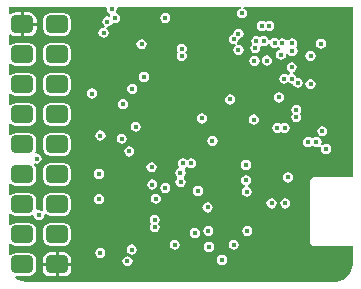
<source format=gbr>
%TF.GenerationSoftware,Altium Limited,Altium Designer,23.3.1 (30)*%
G04 Layer_Physical_Order=2*
G04 Layer_Color=36540*
%FSLAX45Y45*%
%MOMM*%
%TF.SameCoordinates,B56B3050-E4CE-4FE9-8081-1B6FDF6B35C2*%
%TF.FilePolarity,Positive*%
%TF.FileFunction,Copper,L2,Inr,Signal*%
%TF.Part,Single*%
G01*
G75*
%TA.AperFunction,ViaPad*%
%ADD33C,0.45000*%
%TA.AperFunction,ComponentPad*%
G04:AMPARAMS|DCode=34|XSize=1.5mm|YSize=1.9mm|CornerRadius=0.375mm|HoleSize=0mm|Usage=FLASHONLY|Rotation=270.000|XOffset=0mm|YOffset=0mm|HoleType=Round|Shape=RoundedRectangle|*
%AMROUNDEDRECTD34*
21,1,1.50000,1.15000,0,0,270.0*
21,1,0.75000,1.90000,0,0,270.0*
1,1,0.75000,-0.57500,-0.37500*
1,1,0.75000,-0.57500,0.37500*
1,1,0.75000,0.57500,0.37500*
1,1,0.75000,0.57500,-0.37500*
%
%ADD34ROUNDEDRECTD34*%
G36*
X2956055Y1033945D02*
X2640000D01*
X2623183Y1030600D01*
X2608926Y1021074D01*
X2599401Y1006817D01*
X2596056Y990001D01*
Y490002D01*
X2599401Y473185D01*
X2608926Y458928D01*
X2623183Y449402D01*
X2640000Y446057D01*
X2956055D01*
Y299999D01*
X2956164Y299449D01*
X2950913Y259563D01*
X2935305Y221881D01*
X2910476Y189524D01*
X2878118Y164695D01*
X2840437Y149087D01*
X2814295Y145645D01*
X2800000Y143944D01*
Y143944D01*
X200000D01*
X199453Y143835D01*
X159563Y149087D01*
X121882Y164695D01*
X97751Y183211D01*
X102167Y196650D01*
X103283Y197874D01*
X217500D01*
X239935Y202336D01*
X258955Y215045D01*
X271663Y234065D01*
X276126Y256500D01*
Y331500D01*
X271663Y353935D01*
X258955Y372955D01*
X239935Y385663D01*
X217500Y390126D01*
X102500D01*
X80065Y385663D01*
X61045Y372955D01*
X58944Y369811D01*
X43944Y374361D01*
Y467639D01*
X58944Y472189D01*
X61045Y469045D01*
X80065Y456336D01*
X102500Y451874D01*
X217500D01*
X239935Y456336D01*
X258955Y469045D01*
X271663Y488065D01*
X276126Y510500D01*
Y585500D01*
X271663Y607935D01*
X258955Y626955D01*
X239935Y639663D01*
X217500Y644126D01*
X102500D01*
X80065Y639663D01*
X61045Y626955D01*
X58944Y623811D01*
X43944Y628361D01*
Y721639D01*
X58944Y726189D01*
X61045Y723045D01*
X80065Y710336D01*
X102500Y705874D01*
X217500D01*
X239935Y710336D01*
X242173Y711832D01*
X244587Y711527D01*
X257813Y704242D01*
X259966Y693417D01*
X269359Y679360D01*
X283417Y669966D01*
X300000Y666668D01*
X316583Y669966D01*
X330640Y679360D01*
X340034Y693417D01*
X343332Y710000D01*
X342320Y715090D01*
X351720Y720966D01*
X356183Y722285D01*
X374065Y710336D01*
X396500Y705874D01*
X511500D01*
X533935Y710336D01*
X552955Y723045D01*
X565663Y742065D01*
X570126Y764500D01*
Y839500D01*
X565663Y861935D01*
X552955Y880955D01*
X533935Y893663D01*
X511500Y898126D01*
X396500D01*
X374065Y893663D01*
X355045Y880955D01*
X342336Y861935D01*
X337874Y839500D01*
Y764500D01*
X340632Y750631D01*
X340630Y750630D01*
X326817Y743195D01*
X316583Y750034D01*
X300000Y753333D01*
X288754Y751096D01*
X275514Y761420D01*
X276126Y764500D01*
Y839500D01*
X271663Y861935D01*
X258955Y880955D01*
X239935Y893663D01*
X217500Y898126D01*
X102500D01*
X80065Y893663D01*
X61045Y880955D01*
X58944Y877811D01*
X43944Y882361D01*
Y975639D01*
X58944Y980189D01*
X61045Y977045D01*
X80065Y964336D01*
X102500Y959874D01*
X217500D01*
X239935Y964336D01*
X258955Y977045D01*
X271663Y996065D01*
X276126Y1018500D01*
Y1093500D01*
X271663Y1115935D01*
X258955Y1134955D01*
X255185Y1137474D01*
X263418Y1149966D01*
X280000Y1146668D01*
X296583Y1149966D01*
X310640Y1159359D01*
X320034Y1173417D01*
X323332Y1190000D01*
X320034Y1206583D01*
X310640Y1220640D01*
X296583Y1230034D01*
X280000Y1233332D01*
X278297Y1232994D01*
X269277Y1246493D01*
X271663Y1250065D01*
X276126Y1272500D01*
Y1347500D01*
X271663Y1369935D01*
X258955Y1388955D01*
X239935Y1401663D01*
X217500Y1406126D01*
X102500D01*
X80065Y1401663D01*
X61045Y1388955D01*
X58944Y1385811D01*
X43944Y1390361D01*
Y1483639D01*
X58944Y1488189D01*
X61045Y1485045D01*
X80065Y1472336D01*
X102500Y1467874D01*
X217500D01*
X239935Y1472336D01*
X258955Y1485045D01*
X271663Y1504065D01*
X276126Y1526500D01*
Y1601500D01*
X271663Y1623935D01*
X258955Y1642955D01*
X239935Y1655663D01*
X217500Y1660126D01*
X102500D01*
X80065Y1655663D01*
X61045Y1642955D01*
X58944Y1639811D01*
X43944Y1644361D01*
Y1737639D01*
X58944Y1742189D01*
X61045Y1739045D01*
X80065Y1726336D01*
X102500Y1721874D01*
X217500D01*
X239935Y1726336D01*
X258955Y1739045D01*
X271663Y1758065D01*
X276126Y1780500D01*
Y1855500D01*
X271663Y1877935D01*
X258955Y1896955D01*
X239935Y1909663D01*
X217500Y1914126D01*
X102500D01*
X80065Y1909663D01*
X61045Y1896955D01*
X58944Y1893811D01*
X43944Y1898361D01*
Y1991639D01*
X58944Y1996189D01*
X61045Y1993045D01*
X80065Y1980336D01*
X102500Y1975874D01*
X217500D01*
X239935Y1980336D01*
X258955Y1993045D01*
X271663Y2012065D01*
X276126Y2034500D01*
Y2109500D01*
X271663Y2131935D01*
X258955Y2150955D01*
X239935Y2163663D01*
X217500Y2168126D01*
X102500D01*
X80065Y2163663D01*
X61045Y2150955D01*
X58944Y2147811D01*
X43944Y2152361D01*
Y2237974D01*
X58944Y2241954D01*
X77958Y2229250D01*
X102500Y2224368D01*
X147300D01*
Y2326000D01*
Y2427632D01*
X102500D01*
X77958Y2422750D01*
X58944Y2410046D01*
X43944Y2414026D01*
Y2476056D01*
X862885D01*
X874188Y2461056D01*
X872864Y2454400D01*
X876163Y2437817D01*
X885556Y2423759D01*
X899614Y2414366D01*
X905026Y2401060D01*
X894554Y2390437D01*
X880000Y2393333D01*
X863417Y2390034D01*
X849359Y2380641D01*
X839966Y2366583D01*
X836668Y2350000D01*
X839966Y2333417D01*
X849359Y2319360D01*
X858329Y2313366D01*
X852476Y2299237D01*
X848025Y2300122D01*
X831443Y2296823D01*
X817385Y2287430D01*
X807991Y2273372D01*
X804693Y2256789D01*
X807991Y2240207D01*
X817385Y2226149D01*
X831443Y2216756D01*
X848025Y2213457D01*
X864608Y2216756D01*
X878666Y2226149D01*
X888059Y2240207D01*
X891358Y2256789D01*
X888059Y2273372D01*
X878666Y2287430D01*
X869697Y2293423D01*
X875549Y2307553D01*
X880000Y2306668D01*
X896583Y2309966D01*
X910641Y2319360D01*
X915980Y2327350D01*
X927535Y2337670D01*
X944117Y2334372D01*
X960700Y2337670D01*
X974758Y2347063D01*
X984151Y2361121D01*
X987450Y2377704D01*
X984151Y2394287D01*
X974758Y2408344D01*
X960700Y2417738D01*
X953932Y2434378D01*
X956230Y2437817D01*
X959529Y2454400D01*
X958205Y2461056D01*
X969508Y2476056D01*
X2007077D01*
X2008555Y2461056D01*
X2003417Y2460034D01*
X1989359Y2450641D01*
X1979966Y2436583D01*
X1976668Y2420000D01*
X1979966Y2403417D01*
X1989359Y2389359D01*
X2003417Y2379966D01*
X2020000Y2376668D01*
X2036583Y2379966D01*
X2050641Y2389359D01*
X2060034Y2403417D01*
X2063332Y2420000D01*
X2060034Y2436583D01*
X2050641Y2450641D01*
X2036583Y2460034D01*
X2031446Y2461056D01*
X2032923Y2476056D01*
X2956055D01*
Y1033945D01*
D02*
G37*
%LPC*%
G36*
X217500Y2427632D02*
X172700D01*
Y2338700D01*
X281632D01*
Y2363500D01*
X276750Y2388042D01*
X262848Y2408848D01*
X242042Y2422750D01*
X217500Y2427632D01*
D02*
G37*
G36*
X1370000Y2423332D02*
X1353417Y2420034D01*
X1339360Y2410641D01*
X1329966Y2396583D01*
X1326668Y2380000D01*
X1329966Y2363417D01*
X1339360Y2349360D01*
X1353417Y2339966D01*
X1370000Y2336668D01*
X1386583Y2339966D01*
X1400641Y2349360D01*
X1410034Y2363417D01*
X1413332Y2380000D01*
X1410034Y2396583D01*
X1400641Y2410641D01*
X1386583Y2420034D01*
X1370000Y2423332D01*
D02*
G37*
G36*
X2188658Y2357047D02*
X2172075Y2353748D01*
X2158017Y2344355D01*
X2148624Y2330297D01*
X2145325Y2313714D01*
X2148624Y2297132D01*
X2158017Y2283074D01*
X2172075Y2273680D01*
X2188658Y2270382D01*
X2205240Y2273680D01*
X2219149Y2282975D01*
X2233097Y2273655D01*
X2249679Y2270357D01*
X2266262Y2273655D01*
X2280320Y2283049D01*
X2289713Y2297107D01*
X2293012Y2313689D01*
X2289713Y2330272D01*
X2280320Y2344330D01*
X2266262Y2353723D01*
X2249679Y2357022D01*
X2233097Y2353723D01*
X2219187Y2344429D01*
X2205240Y2353748D01*
X2188658Y2357047D01*
D02*
G37*
G36*
X511500Y2422126D02*
X396500D01*
X374065Y2417663D01*
X355045Y2404955D01*
X342336Y2385935D01*
X337874Y2363500D01*
Y2288500D01*
X342336Y2266065D01*
X355045Y2247045D01*
X374065Y2234336D01*
X396500Y2229874D01*
X511500D01*
X533935Y2234336D01*
X552955Y2247045D01*
X565663Y2266065D01*
X570126Y2288500D01*
Y2363500D01*
X565663Y2385935D01*
X552955Y2404955D01*
X533935Y2417663D01*
X511500Y2422126D01*
D02*
G37*
G36*
X281632Y2313300D02*
X172700D01*
Y2224368D01*
X217500D01*
X242042Y2229250D01*
X262848Y2243152D01*
X276750Y2263958D01*
X281632Y2288500D01*
Y2313300D01*
D02*
G37*
G36*
X2203302Y2228462D02*
X2186720Y2225164D01*
X2172662Y2215770D01*
X2171755Y2214413D01*
X2157871Y2223690D01*
X2141288Y2226989D01*
X2124705Y2223690D01*
X2110648Y2214297D01*
X2101254Y2200239D01*
X2097956Y2183656D01*
X2101254Y2167074D01*
X2107404Y2157869D01*
X2101325Y2153807D01*
X2091931Y2139749D01*
X2088633Y2123167D01*
X2091931Y2106584D01*
X2101325Y2092526D01*
X2115383Y2083133D01*
X2131965Y2079834D01*
X2148548Y2083133D01*
X2162606Y2092526D01*
X2171999Y2106584D01*
X2175298Y2123167D01*
X2172655Y2136453D01*
X2180987Y2144394D01*
X2184812Y2146370D01*
X2186720Y2145096D01*
X2203302Y2141797D01*
X2219885Y2145096D01*
X2233943Y2154489D01*
X2239802Y2163258D01*
X2255726Y2160091D01*
X2257053Y2153418D01*
X2266447Y2139360D01*
X2280505Y2129967D01*
X2297087Y2126668D01*
X2313670Y2129967D01*
X2326616Y2138617D01*
X2330039Y2133494D01*
X2340232Y2126683D01*
X2338599Y2111065D01*
X2333417Y2110034D01*
X2319360Y2100640D01*
X2309966Y2086583D01*
X2306668Y2070000D01*
X2309966Y2053417D01*
X2319360Y2039359D01*
X2333417Y2029966D01*
X2350000Y2026668D01*
X2366583Y2029966D01*
X2380641Y2039359D01*
X2390034Y2053417D01*
X2393333Y2070000D01*
X2391684Y2078291D01*
X2406328Y2081232D01*
X2409576Y2076457D01*
X2409741Y2076209D01*
X2415772Y2067185D01*
X2429830Y2057791D01*
X2446412Y2054493D01*
X2462995Y2057791D01*
X2477053Y2067185D01*
X2486446Y2081243D01*
X2489745Y2097825D01*
X2486446Y2114408D01*
X2482358Y2120526D01*
X2477934Y2131017D01*
X2482117Y2143122D01*
X2485817Y2148658D01*
X2489115Y2165241D01*
X2485817Y2181824D01*
X2476423Y2195882D01*
X2462365Y2205275D01*
X2445783Y2208573D01*
X2429200Y2205275D01*
X2415142Y2195882D01*
X2411882Y2191002D01*
X2393841D01*
X2391320Y2194775D01*
X2377262Y2204169D01*
X2360680Y2207467D01*
X2344097Y2204169D01*
X2331151Y2195518D01*
X2327728Y2200641D01*
X2313670Y2210035D01*
X2297087Y2213333D01*
X2280505Y2210035D01*
X2266447Y2200641D01*
X2260587Y2191872D01*
X2244663Y2195040D01*
X2243336Y2201712D01*
X2233943Y2215770D01*
X2219885Y2225164D01*
X2203302Y2228462D01*
D02*
G37*
G36*
X2688620Y2205856D02*
X2672038Y2202557D01*
X2657980Y2193164D01*
X2648586Y2179106D01*
X2645288Y2162523D01*
X2648586Y2145941D01*
X2657980Y2131883D01*
X2672038Y2122489D01*
X2688620Y2119191D01*
X2705203Y2122489D01*
X2719261Y2131883D01*
X2728654Y2145941D01*
X2731953Y2162523D01*
X2728654Y2179106D01*
X2719261Y2193164D01*
X2705203Y2202557D01*
X2688620Y2205856D01*
D02*
G37*
G36*
X1169668Y2200904D02*
X1153086Y2197605D01*
X1139028Y2188212D01*
X1129635Y2174154D01*
X1126336Y2157572D01*
X1129635Y2140989D01*
X1139028Y2126931D01*
X1153086Y2117538D01*
X1169668Y2114239D01*
X1186251Y2117538D01*
X1200309Y2126931D01*
X1209702Y2140989D01*
X1213001Y2157572D01*
X1209702Y2174154D01*
X1200309Y2188212D01*
X1186251Y2197605D01*
X1169668Y2200904D01*
D02*
G37*
G36*
X1989463Y2289751D02*
X1972881Y2286452D01*
X1958823Y2277059D01*
X1949429Y2263001D01*
X1946131Y2246418D01*
X1946876Y2242670D01*
X1933417Y2239993D01*
X1919359Y2230600D01*
X1909965Y2216542D01*
X1906667Y2199959D01*
X1909965Y2183377D01*
X1919359Y2169319D01*
X1933417Y2159925D01*
X1949999Y2156627D01*
X1958949Y2158407D01*
X1964802Y2144277D01*
X1959360Y2140641D01*
X1949966Y2126583D01*
X1946668Y2110000D01*
X1949966Y2093417D01*
X1959360Y2079360D01*
X1973417Y2069966D01*
X1990000Y2066668D01*
X2006583Y2069966D01*
X2020641Y2079360D01*
X2030034Y2093417D01*
X2033332Y2110000D01*
X2030034Y2126583D01*
X2020641Y2140641D01*
X2006583Y2150034D01*
X1990000Y2153332D01*
X1981050Y2151552D01*
X1975197Y2165682D01*
X1980640Y2169319D01*
X1990033Y2183377D01*
X1993332Y2199959D01*
X1992586Y2203707D01*
X2006046Y2206384D01*
X2020104Y2215778D01*
X2029497Y2229836D01*
X2032796Y2246418D01*
X2029497Y2263001D01*
X2020104Y2277059D01*
X2006046Y2286452D01*
X1989463Y2289751D01*
D02*
G37*
G36*
X2600000Y2103332D02*
X2583417Y2100034D01*
X2569359Y2090640D01*
X2559966Y2076583D01*
X2556667Y2060000D01*
X2559966Y2043417D01*
X2569359Y2029359D01*
X2583417Y2019966D01*
X2600000Y2016668D01*
X2616583Y2019966D01*
X2630640Y2029359D01*
X2640034Y2043417D01*
X2643332Y2060000D01*
X2640034Y2076583D01*
X2630640Y2090640D01*
X2616583Y2100034D01*
X2600000Y2103332D01*
D02*
G37*
G36*
X1510000Y2163332D02*
X1493417Y2160034D01*
X1479359Y2150641D01*
X1469966Y2136583D01*
X1466668Y2120000D01*
X1469966Y2103417D01*
X1478932Y2090000D01*
X1469966Y2076583D01*
X1466668Y2060000D01*
X1469966Y2043417D01*
X1479359Y2029359D01*
X1493417Y2019966D01*
X1510000Y2016668D01*
X1526583Y2019966D01*
X1540641Y2029359D01*
X1550034Y2043417D01*
X1553332Y2060000D01*
X1550034Y2076583D01*
X1541069Y2090000D01*
X1550034Y2103417D01*
X1553332Y2120000D01*
X1550034Y2136583D01*
X1540641Y2150641D01*
X1526583Y2160034D01*
X1510000Y2163332D01*
D02*
G37*
G36*
X2230000Y2063332D02*
X2213417Y2060034D01*
X2199360Y2050641D01*
X2189966Y2036583D01*
X2186668Y2020000D01*
X2189966Y2003417D01*
X2199360Y1989359D01*
X2213417Y1979966D01*
X2230000Y1976668D01*
X2246583Y1979966D01*
X2260641Y1989359D01*
X2270034Y2003417D01*
X2273333Y2020000D01*
X2270034Y2036583D01*
X2260641Y2050641D01*
X2246583Y2060034D01*
X2230000Y2063332D01*
D02*
G37*
G36*
X511500Y2168126D02*
X396500D01*
X374065Y2163663D01*
X355045Y2150955D01*
X342336Y2131935D01*
X337874Y2109500D01*
Y2034500D01*
X342336Y2012065D01*
X355045Y1993045D01*
X374065Y1980336D01*
X396500Y1975874D01*
X511500D01*
X533935Y1980336D01*
X552955Y1993045D01*
X565663Y2012065D01*
X570126Y2034500D01*
Y2109500D01*
X565663Y2131935D01*
X552955Y2150955D01*
X533935Y2163663D01*
X511500Y2168126D01*
D02*
G37*
G36*
X2125334Y2060570D02*
X2108751Y2057272D01*
X2094694Y2047879D01*
X2085300Y2033821D01*
X2082002Y2017238D01*
X2085300Y2000655D01*
X2094694Y1986597D01*
X2108751Y1977204D01*
X2125334Y1973906D01*
X2141917Y1977204D01*
X2155975Y1986597D01*
X2165368Y2000655D01*
X2168666Y2017238D01*
X2165368Y2033821D01*
X2155975Y2047879D01*
X2141917Y2057272D01*
X2125334Y2060570D01*
D02*
G37*
G36*
X2440003Y2006241D02*
X2423420Y2002943D01*
X2409362Y1993549D01*
X2399969Y1979492D01*
X2396670Y1962909D01*
X2399969Y1946326D01*
X2409362Y1932268D01*
X2423420Y1922875D01*
X2428288Y1921907D01*
Y1906613D01*
X2422412Y1905444D01*
X2409133Y1896571D01*
X2408783Y1897094D01*
X2394725Y1906488D01*
X2378143Y1909786D01*
X2361560Y1906488D01*
X2347502Y1897094D01*
X2338109Y1883036D01*
X2334810Y1866454D01*
X2338109Y1849871D01*
X2347502Y1835813D01*
X2361560Y1826420D01*
X2378143Y1823121D01*
X2394725Y1826420D01*
X2408004Y1835293D01*
X2408354Y1834770D01*
X2422412Y1825376D01*
X2438995Y1822078D01*
X2448669Y1824002D01*
X2450324Y1815683D01*
X2459718Y1801625D01*
X2473776Y1792231D01*
X2490358Y1788933D01*
X2506941Y1792231D01*
X2520999Y1801625D01*
X2530392Y1815683D01*
X2533691Y1832265D01*
X2530392Y1848848D01*
X2520999Y1862906D01*
X2506941Y1872299D01*
X2490358Y1875598D01*
X2480683Y1873673D01*
X2479029Y1881993D01*
X2469635Y1896051D01*
X2455577Y1905444D01*
X2450709Y1906412D01*
Y1921706D01*
X2456585Y1922875D01*
X2470643Y1932268D01*
X2480037Y1946326D01*
X2483335Y1962909D01*
X2480037Y1979492D01*
X2470643Y1993549D01*
X2456585Y2002943D01*
X2440003Y2006241D01*
D02*
G37*
G36*
X1190000Y1923332D02*
X1173417Y1920034D01*
X1159359Y1910641D01*
X1149966Y1896583D01*
X1146668Y1880000D01*
X1149966Y1863417D01*
X1159359Y1849360D01*
X1173417Y1839966D01*
X1190000Y1836668D01*
X1206583Y1839966D01*
X1220640Y1849360D01*
X1230034Y1863417D01*
X1233332Y1880000D01*
X1230034Y1896583D01*
X1220640Y1910641D01*
X1206583Y1920034D01*
X1190000Y1923332D01*
D02*
G37*
G36*
X2600000Y1863332D02*
X2583417Y1860034D01*
X2569359Y1850640D01*
X2559966Y1836583D01*
X2556667Y1820000D01*
X2559966Y1803417D01*
X2569359Y1789359D01*
X2583417Y1779966D01*
X2600000Y1776668D01*
X2616583Y1779966D01*
X2630640Y1789359D01*
X2640034Y1803417D01*
X2643332Y1820000D01*
X2640034Y1836583D01*
X2630640Y1850640D01*
X2616583Y1860034D01*
X2600000Y1863332D01*
D02*
G37*
G36*
X1090000Y1823332D02*
X1073417Y1820034D01*
X1059360Y1810641D01*
X1049966Y1796583D01*
X1046668Y1780000D01*
X1049966Y1763417D01*
X1059360Y1749359D01*
X1073417Y1739966D01*
X1090000Y1736668D01*
X1106583Y1739966D01*
X1120641Y1749359D01*
X1130034Y1763417D01*
X1133333Y1780000D01*
X1130034Y1796583D01*
X1120641Y1810641D01*
X1106583Y1820034D01*
X1090000Y1823332D01*
D02*
G37*
G36*
X511500Y1914126D02*
X396500D01*
X374065Y1909663D01*
X355045Y1896955D01*
X342336Y1877935D01*
X337874Y1855500D01*
Y1780500D01*
X342336Y1758065D01*
X355045Y1739045D01*
X374065Y1726336D01*
X396500Y1721874D01*
X511500D01*
X533935Y1726336D01*
X552955Y1739045D01*
X565663Y1758065D01*
X570126Y1780500D01*
Y1855500D01*
X565663Y1877935D01*
X552955Y1896955D01*
X533935Y1909663D01*
X511500Y1914126D01*
D02*
G37*
G36*
X749431Y1783937D02*
X732848Y1780639D01*
X718791Y1771245D01*
X709397Y1757187D01*
X706099Y1740605D01*
X709397Y1724022D01*
X718791Y1709964D01*
X732848Y1700571D01*
X749431Y1697272D01*
X766014Y1700571D01*
X780072Y1709964D01*
X789465Y1724022D01*
X792763Y1740605D01*
X789465Y1757187D01*
X780072Y1771245D01*
X766014Y1780639D01*
X749431Y1783937D01*
D02*
G37*
G36*
X2333948Y1750984D02*
X2317365Y1747685D01*
X2303308Y1738292D01*
X2293914Y1724234D01*
X2290616Y1707651D01*
X2293914Y1691069D01*
X2303308Y1677011D01*
X2317365Y1667617D01*
X2333948Y1664319D01*
X2350531Y1667617D01*
X2364589Y1677011D01*
X2373982Y1691069D01*
X2377280Y1707651D01*
X2373982Y1724234D01*
X2364589Y1738292D01*
X2350531Y1747685D01*
X2333948Y1750984D01*
D02*
G37*
G36*
X1920000Y1733332D02*
X1903417Y1730034D01*
X1889359Y1720640D01*
X1879966Y1706583D01*
X1876668Y1690000D01*
X1879966Y1673417D01*
X1889359Y1659359D01*
X1903417Y1649966D01*
X1920000Y1646668D01*
X1936583Y1649966D01*
X1950640Y1659359D01*
X1960034Y1673417D01*
X1963332Y1690000D01*
X1960034Y1706583D01*
X1950640Y1720640D01*
X1936583Y1730034D01*
X1920000Y1733332D01*
D02*
G37*
G36*
X1011971Y1693179D02*
X995389Y1689881D01*
X981331Y1680487D01*
X971937Y1666429D01*
X968639Y1649847D01*
X971937Y1633264D01*
X981331Y1619206D01*
X995389Y1609813D01*
X1011971Y1606514D01*
X1028554Y1609813D01*
X1042612Y1619206D01*
X1052005Y1633264D01*
X1055304Y1649847D01*
X1052005Y1666429D01*
X1042612Y1680487D01*
X1028554Y1689881D01*
X1011971Y1693179D01*
D02*
G37*
G36*
X2480000Y1643333D02*
X2463417Y1640034D01*
X2449360Y1630641D01*
X2439966Y1616583D01*
X2436668Y1600000D01*
X2439966Y1583417D01*
X2448932Y1570000D01*
X2439966Y1556583D01*
X2436668Y1540000D01*
X2439966Y1523417D01*
X2449360Y1509359D01*
X2463417Y1499966D01*
X2480000Y1496668D01*
X2496583Y1499966D01*
X2510641Y1509359D01*
X2520034Y1523417D01*
X2523333Y1540000D01*
X2520034Y1556583D01*
X2511069Y1570000D01*
X2520034Y1583417D01*
X2523333Y1600000D01*
X2520034Y1616583D01*
X2510641Y1630641D01*
X2496583Y1640034D01*
X2480000Y1643333D01*
D02*
G37*
G36*
X1680000Y1573332D02*
X1663417Y1570034D01*
X1649359Y1560641D01*
X1639966Y1546583D01*
X1636668Y1530000D01*
X1639966Y1513417D01*
X1649359Y1499359D01*
X1663417Y1489966D01*
X1680000Y1486668D01*
X1696583Y1489966D01*
X1710640Y1499359D01*
X1720034Y1513417D01*
X1723332Y1530000D01*
X1720034Y1546583D01*
X1710640Y1560641D01*
X1696583Y1570034D01*
X1680000Y1573332D01*
D02*
G37*
G36*
X2380000Y1493332D02*
X2363417Y1490034D01*
X2350000Y1481068D01*
X2336583Y1490034D01*
X2320000Y1493332D01*
X2303417Y1490034D01*
X2289359Y1480640D01*
X2279966Y1466583D01*
X2276668Y1450000D01*
X2279966Y1433417D01*
X2289359Y1419359D01*
X2303417Y1409966D01*
X2320000Y1406667D01*
X2336583Y1409966D01*
X2350000Y1418931D01*
X2363417Y1409966D01*
X2380000Y1406667D01*
X2396583Y1409966D01*
X2410641Y1419359D01*
X2420034Y1433417D01*
X2423332Y1450000D01*
X2420034Y1466583D01*
X2410641Y1480640D01*
X2396583Y1490034D01*
X2380000Y1493332D01*
D02*
G37*
G36*
X2120000Y1563332D02*
X2103417Y1560034D01*
X2089360Y1550641D01*
X2079966Y1536583D01*
X2076668Y1520000D01*
X2079966Y1503417D01*
X2089360Y1489359D01*
X2103417Y1479966D01*
X2120000Y1476668D01*
X2136583Y1479966D01*
X2150641Y1489359D01*
X2160034Y1503417D01*
X2163332Y1520000D01*
X2160034Y1536583D01*
X2150641Y1550641D01*
X2136583Y1560034D01*
X2120000Y1563332D01*
D02*
G37*
G36*
X511500Y1660126D02*
X396500D01*
X374065Y1655663D01*
X355045Y1642955D01*
X342336Y1623935D01*
X337874Y1601500D01*
Y1526500D01*
X342336Y1504065D01*
X355045Y1485045D01*
X374065Y1472336D01*
X396500Y1467874D01*
X511500D01*
X533935Y1472336D01*
X552955Y1485045D01*
X565663Y1504065D01*
X570126Y1526500D01*
Y1601500D01*
X565663Y1623935D01*
X552955Y1642955D01*
X533935Y1655663D01*
X511500Y1660126D01*
D02*
G37*
G36*
X1120000Y1503332D02*
X1103417Y1500034D01*
X1089360Y1490640D01*
X1079966Y1476583D01*
X1076668Y1460000D01*
X1079966Y1443417D01*
X1089360Y1429359D01*
X1103417Y1419966D01*
X1120000Y1416667D01*
X1136583Y1419966D01*
X1150641Y1429359D01*
X1160034Y1443417D01*
X1163332Y1460000D01*
X1160034Y1476583D01*
X1150641Y1490640D01*
X1136583Y1500034D01*
X1120000Y1503332D01*
D02*
G37*
G36*
X2700000Y1463332D02*
X2683417Y1460034D01*
X2669359Y1450640D01*
X2659966Y1436583D01*
X2656668Y1420000D01*
X2659966Y1403417D01*
X2669359Y1389359D01*
X2683417Y1379966D01*
X2700000Y1376668D01*
X2716583Y1379966D01*
X2730640Y1389359D01*
X2740034Y1403417D01*
X2743332Y1420000D01*
X2740034Y1436583D01*
X2730640Y1450640D01*
X2716583Y1460034D01*
X2700000Y1463332D01*
D02*
G37*
G36*
X2650000Y1373332D02*
X2633417Y1370034D01*
X2619360Y1360640D01*
X2610640D01*
X2596583Y1370034D01*
X2580000Y1373332D01*
X2563417Y1370034D01*
X2549359Y1360640D01*
X2539966Y1346583D01*
X2536668Y1330000D01*
X2539966Y1313417D01*
X2549359Y1299359D01*
X2563417Y1289966D01*
X2580000Y1286667D01*
X2596583Y1289966D01*
X2604196Y1295053D01*
X2615000Y1298121D01*
X2625804Y1295053D01*
X2633417Y1289966D01*
X2650000Y1286667D01*
X2666583Y1289966D01*
X2678105Y1297665D01*
X2680641Y1299359D01*
X2692791Y1290811D01*
X2689966Y1286583D01*
X2686667Y1270000D01*
X2689966Y1253417D01*
X2699359Y1239359D01*
X2713417Y1229966D01*
X2730000Y1226668D01*
X2746583Y1229966D01*
X2760640Y1239359D01*
X2770034Y1253417D01*
X2773332Y1270000D01*
X2770034Y1286583D01*
X2760640Y1300641D01*
X2746583Y1310034D01*
X2730000Y1313332D01*
X2713417Y1310034D01*
X2701895Y1302334D01*
X2699359Y1300641D01*
X2687209Y1309189D01*
X2690034Y1313417D01*
X2693332Y1330000D01*
X2690034Y1346583D01*
X2680641Y1360640D01*
X2666583Y1370034D01*
X2650000Y1373332D01*
D02*
G37*
G36*
X820780Y1428265D02*
X804198Y1424967D01*
X790140Y1415573D01*
X780746Y1401516D01*
X777448Y1384933D01*
X780746Y1368350D01*
X790140Y1354292D01*
X804198Y1344899D01*
X820780Y1341601D01*
X837363Y1344899D01*
X851421Y1354292D01*
X860814Y1368350D01*
X864113Y1384933D01*
X860814Y1401516D01*
X851421Y1415573D01*
X837363Y1424967D01*
X820780Y1428265D01*
D02*
G37*
G36*
X1001269Y1401590D02*
X984687Y1398291D01*
X970629Y1388898D01*
X961235Y1374840D01*
X957937Y1358257D01*
X961235Y1341674D01*
X970629Y1327617D01*
X984687Y1318223D01*
X1001269Y1314925D01*
X1017852Y1318223D01*
X1031910Y1327617D01*
X1041303Y1341674D01*
X1044602Y1358257D01*
X1041303Y1374840D01*
X1031910Y1388898D01*
X1017852Y1398291D01*
X1001269Y1401590D01*
D02*
G37*
G36*
X1769996Y1383330D02*
X1753414Y1380031D01*
X1739356Y1370638D01*
X1729963Y1356580D01*
X1726664Y1339997D01*
X1729963Y1323415D01*
X1739356Y1309357D01*
X1753414Y1299963D01*
X1769996Y1296665D01*
X1786579Y1299963D01*
X1800637Y1309357D01*
X1810030Y1323415D01*
X1813329Y1339997D01*
X1810030Y1356580D01*
X1800637Y1370638D01*
X1786579Y1380031D01*
X1769996Y1383330D01*
D02*
G37*
G36*
X511500Y1406126D02*
X396500D01*
X374065Y1401663D01*
X355045Y1388955D01*
X342336Y1369935D01*
X337874Y1347500D01*
Y1272500D01*
X342336Y1250065D01*
X355045Y1231045D01*
X374065Y1218336D01*
X396500Y1213874D01*
X511500D01*
X533935Y1218336D01*
X552955Y1231045D01*
X565663Y1250065D01*
X570126Y1272500D01*
Y1347500D01*
X565663Y1369935D01*
X552955Y1388955D01*
X533935Y1401663D01*
X511500Y1406126D01*
D02*
G37*
G36*
X1065000Y1293332D02*
X1048418Y1290034D01*
X1034360Y1280641D01*
X1024966Y1266583D01*
X1021668Y1250000D01*
X1024966Y1233417D01*
X1034360Y1219360D01*
X1048418Y1209966D01*
X1065000Y1206668D01*
X1081583Y1209966D01*
X1095641Y1219360D01*
X1105034Y1233417D01*
X1108333Y1250000D01*
X1105034Y1266583D01*
X1095641Y1280641D01*
X1081583Y1290034D01*
X1065000Y1293332D01*
D02*
G37*
G36*
X1590000Y1193332D02*
X1573417Y1190034D01*
X1559360Y1180641D01*
X1550640D01*
X1536583Y1190034D01*
X1520000Y1193332D01*
X1503417Y1190034D01*
X1489359Y1180641D01*
X1479966Y1166583D01*
X1476668Y1150000D01*
X1479966Y1133417D01*
X1484741Y1126271D01*
X1482579Y1111869D01*
X1479770Y1108766D01*
X1468317Y1101113D01*
X1458923Y1087055D01*
X1455625Y1070472D01*
X1458923Y1053890D01*
X1468317Y1039832D01*
X1469699Y1038908D01*
Y1020867D01*
X1469360Y1020641D01*
X1459966Y1006583D01*
X1456668Y990000D01*
X1459966Y973417D01*
X1469360Y959360D01*
X1483417Y949966D01*
X1500000Y946668D01*
X1516583Y949966D01*
X1530641Y959360D01*
X1540034Y973417D01*
X1543332Y990000D01*
X1540034Y1006583D01*
X1530641Y1020641D01*
X1529258Y1021564D01*
Y1039605D01*
X1529598Y1039832D01*
X1538991Y1053890D01*
X1542290Y1070472D01*
X1538991Y1087055D01*
X1534216Y1094201D01*
X1536378Y1108603D01*
X1539187Y1111706D01*
X1550640Y1119359D01*
X1559360D01*
X1573417Y1109966D01*
X1590000Y1106668D01*
X1606583Y1109966D01*
X1620641Y1119359D01*
X1630034Y1133417D01*
X1633333Y1150000D01*
X1630034Y1166583D01*
X1620641Y1180641D01*
X1606583Y1190034D01*
X1590000Y1193332D01*
D02*
G37*
G36*
X2054090Y1178636D02*
X2037507Y1175337D01*
X2023449Y1165944D01*
X2014056Y1151886D01*
X2010757Y1135303D01*
X2014056Y1118721D01*
X2023449Y1104663D01*
X2037507Y1095269D01*
X2054090Y1091971D01*
X2070673Y1095269D01*
X2084730Y1104663D01*
X2094124Y1118721D01*
X2097422Y1135303D01*
X2094124Y1151886D01*
X2084730Y1165944D01*
X2070673Y1175337D01*
X2054090Y1178636D01*
D02*
G37*
G36*
X1254246Y1159087D02*
X1237663Y1155788D01*
X1223605Y1146395D01*
X1214212Y1132337D01*
X1210914Y1115754D01*
X1214212Y1099172D01*
X1223605Y1085114D01*
X1237663Y1075720D01*
X1254246Y1072422D01*
X1270829Y1075720D01*
X1284886Y1085114D01*
X1294280Y1099172D01*
X1297578Y1115754D01*
X1294280Y1132337D01*
X1284886Y1146395D01*
X1270829Y1155788D01*
X1254246Y1159087D01*
D02*
G37*
G36*
X810000Y1103332D02*
X793417Y1100034D01*
X779359Y1090640D01*
X769966Y1076583D01*
X766668Y1060000D01*
X769966Y1043417D01*
X779359Y1029359D01*
X793417Y1019966D01*
X810000Y1016668D01*
X826583Y1019966D01*
X840640Y1029359D01*
X850034Y1043417D01*
X853332Y1060000D01*
X850034Y1076583D01*
X840640Y1090640D01*
X826583Y1100034D01*
X810000Y1103332D01*
D02*
G37*
G36*
X2410000Y1073332D02*
X2393417Y1070034D01*
X2379359Y1060641D01*
X2369966Y1046583D01*
X2366668Y1030000D01*
X2369966Y1013417D01*
X2379359Y999359D01*
X2393417Y989966D01*
X2410000Y986668D01*
X2426583Y989966D01*
X2440641Y999359D01*
X2450034Y1013417D01*
X2453332Y1030000D01*
X2450034Y1046583D01*
X2440641Y1060641D01*
X2426583Y1070034D01*
X2410000Y1073332D01*
D02*
G37*
G36*
X511500Y1152126D02*
X396500D01*
X374065Y1147663D01*
X355045Y1134955D01*
X342336Y1115935D01*
X337874Y1093500D01*
Y1018500D01*
X342336Y996065D01*
X355045Y977045D01*
X374065Y964336D01*
X396500Y959874D01*
X511500D01*
X533935Y964336D01*
X552955Y977045D01*
X565663Y996065D01*
X570126Y1018500D01*
Y1093500D01*
X565663Y1115935D01*
X552955Y1134955D01*
X533935Y1147663D01*
X511500Y1152126D01*
D02*
G37*
G36*
X1260000Y1013332D02*
X1243417Y1010034D01*
X1229359Y1000641D01*
X1219966Y986583D01*
X1216668Y970000D01*
X1219966Y953417D01*
X1229359Y939360D01*
X1243417Y929966D01*
X1260000Y926668D01*
X1276583Y929966D01*
X1290641Y939360D01*
X1300034Y953417D01*
X1303332Y970000D01*
X1300034Y986583D01*
X1290641Y1000641D01*
X1276583Y1010034D01*
X1260000Y1013332D01*
D02*
G37*
G36*
X1370000Y983332D02*
X1353417Y980034D01*
X1339360Y970640D01*
X1329966Y956583D01*
X1326668Y940000D01*
X1329966Y923417D01*
X1339360Y909359D01*
X1353417Y899966D01*
X1370000Y896667D01*
X1386583Y899966D01*
X1400641Y909359D01*
X1410034Y923417D01*
X1413332Y940000D01*
X1410034Y956583D01*
X1400641Y970640D01*
X1386583Y980034D01*
X1370000Y983332D01*
D02*
G37*
G36*
X1646820Y960152D02*
X1630237Y956854D01*
X1616179Y947460D01*
X1606786Y933402D01*
X1603487Y916820D01*
X1606786Y900237D01*
X1616179Y886179D01*
X1630237Y876786D01*
X1646820Y873487D01*
X1663402Y876786D01*
X1677460Y886179D01*
X1686854Y900237D01*
X1690152Y916820D01*
X1686854Y933402D01*
X1677460Y947460D01*
X1663402Y956854D01*
X1646820Y960152D01*
D02*
G37*
G36*
X2055556Y1048659D02*
X2038973Y1045361D01*
X2024915Y1035967D01*
X2015522Y1021910D01*
X2012224Y1005327D01*
X2015522Y988744D01*
X2024915Y974686D01*
X2038973Y965293D01*
X2041108Y964869D01*
X2042847Y953695D01*
X2042358Y949326D01*
X2029359Y940640D01*
X2019966Y926583D01*
X2016668Y910000D01*
X2019966Y893417D01*
X2029359Y879359D01*
X2043417Y869966D01*
X2060000Y866668D01*
X2076583Y869966D01*
X2090640Y879359D01*
X2100034Y893417D01*
X2103332Y910000D01*
X2100034Y926583D01*
X2090640Y940640D01*
X2076583Y950034D01*
X2074448Y950458D01*
X2072709Y961632D01*
X2073198Y966001D01*
X2086196Y974686D01*
X2095590Y988744D01*
X2098888Y1005327D01*
X2095590Y1021910D01*
X2086196Y1035967D01*
X2072139Y1045361D01*
X2055556Y1048659D01*
D02*
G37*
G36*
X1290000Y893332D02*
X1273417Y890034D01*
X1259359Y880641D01*
X1249966Y866583D01*
X1246668Y850000D01*
X1249966Y833417D01*
X1259359Y819360D01*
X1273417Y809966D01*
X1290000Y806668D01*
X1306583Y809966D01*
X1320640Y819360D01*
X1330034Y833417D01*
X1333332Y850000D01*
X1330034Y866583D01*
X1320640Y880641D01*
X1306583Y890034D01*
X1290000Y893332D01*
D02*
G37*
G36*
X807577Y889502D02*
X790994Y886204D01*
X776936Y876810D01*
X767543Y862752D01*
X764245Y846170D01*
X767543Y829587D01*
X776936Y815529D01*
X790994Y806136D01*
X807577Y802837D01*
X824160Y806136D01*
X838218Y815529D01*
X847611Y829587D01*
X850909Y846170D01*
X847611Y862752D01*
X838218Y876810D01*
X824160Y886204D01*
X807577Y889502D01*
D02*
G37*
G36*
X2386147Y853654D02*
X2369564Y850355D01*
X2355507Y840962D01*
X2346113Y826904D01*
X2342815Y810321D01*
X2346113Y793739D01*
X2355507Y779681D01*
X2369564Y770287D01*
X2386147Y766989D01*
X2402730Y770287D01*
X2416788Y779681D01*
X2426181Y793739D01*
X2429480Y810321D01*
X2426181Y826904D01*
X2416788Y840962D01*
X2402730Y850355D01*
X2386147Y853654D01*
D02*
G37*
G36*
X2270000Y853332D02*
X2253417Y850034D01*
X2239360Y840640D01*
X2229966Y826583D01*
X2226668Y810000D01*
X2229966Y793417D01*
X2239360Y779359D01*
X2253417Y769966D01*
X2270000Y766668D01*
X2286583Y769966D01*
X2300641Y779359D01*
X2310034Y793417D01*
X2313332Y810000D01*
X2310034Y826583D01*
X2300641Y840640D01*
X2286583Y850034D01*
X2270000Y853332D01*
D02*
G37*
G36*
X1728526Y818842D02*
X1711943Y815543D01*
X1697886Y806150D01*
X1688492Y792092D01*
X1685194Y775509D01*
X1688492Y758927D01*
X1697886Y744869D01*
X1711943Y735476D01*
X1728526Y732177D01*
X1745109Y735476D01*
X1759167Y744869D01*
X1768560Y758927D01*
X1771859Y775509D01*
X1768560Y792092D01*
X1759167Y806150D01*
X1745109Y815543D01*
X1728526Y818842D01*
D02*
G37*
G36*
X1280000Y713332D02*
X1263417Y710034D01*
X1249359Y700640D01*
X1239966Y686583D01*
X1236668Y670000D01*
X1239966Y653417D01*
X1248931Y640000D01*
X1239966Y626583D01*
X1236668Y610000D01*
X1239966Y593417D01*
X1249359Y579360D01*
X1263417Y569966D01*
X1280000Y566668D01*
X1296583Y569966D01*
X1310641Y579360D01*
X1320034Y593417D01*
X1323332Y610000D01*
X1320034Y626583D01*
X1311068Y640000D01*
X1320034Y653417D01*
X1323332Y670000D01*
X1320034Y686583D01*
X1310641Y700640D01*
X1296583Y710034D01*
X1280000Y713332D01*
D02*
G37*
G36*
X1735000Y621758D02*
X1718417Y618459D01*
X1704360Y609066D01*
X1694966Y595008D01*
X1691668Y578425D01*
X1694966Y561843D01*
X1704360Y547785D01*
X1718417Y538391D01*
X1735000Y535093D01*
X1751583Y538391D01*
X1765641Y547785D01*
X1775034Y561843D01*
X1778332Y578425D01*
X1775034Y595008D01*
X1765641Y609066D01*
X1751583Y618459D01*
X1735000Y621758D01*
D02*
G37*
G36*
X2065112Y620023D02*
X2048529Y616724D01*
X2034471Y607331D01*
X2025078Y593273D01*
X2021779Y576690D01*
X2025078Y560108D01*
X2034471Y546050D01*
X2048529Y536657D01*
X2065112Y533358D01*
X2081694Y536657D01*
X2095752Y546050D01*
X2105146Y560108D01*
X2108444Y576690D01*
X2105146Y593273D01*
X2095752Y607331D01*
X2081694Y616724D01*
X2065112Y620023D01*
D02*
G37*
G36*
X1620000Y603332D02*
X1603417Y600034D01*
X1589360Y590640D01*
X1579966Y576583D01*
X1576668Y560000D01*
X1579966Y543417D01*
X1589360Y529359D01*
X1603417Y519966D01*
X1620000Y516667D01*
X1636583Y519966D01*
X1650641Y529359D01*
X1660034Y543417D01*
X1663332Y560000D01*
X1660034Y576583D01*
X1650641Y590640D01*
X1636583Y600034D01*
X1620000Y603332D01*
D02*
G37*
G36*
X511500Y644126D02*
X396500D01*
X374065Y639663D01*
X355045Y626955D01*
X342336Y607935D01*
X337874Y585500D01*
Y510500D01*
X342336Y488065D01*
X355045Y469045D01*
X374065Y456336D01*
X396500Y451874D01*
X511500D01*
X533935Y456336D01*
X552955Y469045D01*
X565663Y488065D01*
X570126Y510500D01*
Y585500D01*
X565663Y607935D01*
X552955Y626955D01*
X533935Y639663D01*
X511500Y644126D01*
D02*
G37*
G36*
X1950000Y503332D02*
X1933417Y500034D01*
X1919359Y490641D01*
X1909966Y476583D01*
X1906668Y460000D01*
X1909966Y443417D01*
X1919359Y429360D01*
X1933417Y419966D01*
X1950000Y416668D01*
X1966583Y419966D01*
X1980640Y429360D01*
X1990034Y443417D01*
X1993332Y460000D01*
X1990034Y476583D01*
X1980640Y490641D01*
X1966583Y500034D01*
X1950000Y503332D01*
D02*
G37*
G36*
X1450000D02*
X1433417Y500034D01*
X1419359Y490641D01*
X1409966Y476583D01*
X1406667Y460000D01*
X1409966Y443417D01*
X1419359Y429360D01*
X1433417Y419966D01*
X1450000Y416668D01*
X1466583Y419966D01*
X1480640Y429360D01*
X1490034Y443417D01*
X1493332Y460000D01*
X1490034Y476583D01*
X1480640Y490641D01*
X1466583Y500034D01*
X1450000Y503332D01*
D02*
G37*
G36*
X1740357Y483770D02*
X1723774Y480471D01*
X1709716Y471078D01*
X1700323Y457020D01*
X1697024Y440437D01*
X1700323Y423855D01*
X1709716Y409797D01*
X1723774Y400403D01*
X1740357Y397105D01*
X1756939Y400403D01*
X1770997Y409797D01*
X1780391Y423855D01*
X1783689Y440437D01*
X1780391Y457020D01*
X1770997Y471078D01*
X1756939Y480471D01*
X1740357Y483770D01*
D02*
G37*
G36*
X1085595Y462301D02*
X1069012Y459003D01*
X1054954Y449609D01*
X1045561Y435551D01*
X1042262Y418969D01*
X1045561Y402386D01*
X1054954Y388328D01*
X1069012Y378935D01*
X1085595Y375636D01*
X1102177Y378935D01*
X1116235Y388328D01*
X1125629Y402386D01*
X1128927Y418969D01*
X1125629Y435551D01*
X1116235Y449609D01*
X1102177Y459003D01*
X1085595Y462301D01*
D02*
G37*
G36*
X820539Y433577D02*
X803957Y430278D01*
X789899Y420885D01*
X780505Y406827D01*
X777207Y390244D01*
X780505Y373662D01*
X789899Y359604D01*
X803957Y350210D01*
X820539Y346912D01*
X837122Y350210D01*
X851180Y359604D01*
X860573Y373662D01*
X863872Y390244D01*
X860573Y406827D01*
X851180Y420885D01*
X837122Y430278D01*
X820539Y433577D01*
D02*
G37*
G36*
X511500Y395632D02*
X466700D01*
Y306700D01*
X575632D01*
Y331500D01*
X570750Y356042D01*
X556848Y376848D01*
X536042Y390750D01*
X511500Y395632D01*
D02*
G37*
G36*
X441300D02*
X396500D01*
X371958Y390750D01*
X351152Y376848D01*
X337250Y356042D01*
X332368Y331500D01*
Y306700D01*
X441300D01*
Y395632D01*
D02*
G37*
G36*
X1850000Y373333D02*
X1833417Y370034D01*
X1819360Y360641D01*
X1809966Y346583D01*
X1806668Y330000D01*
X1809966Y313417D01*
X1819360Y299360D01*
X1833417Y289966D01*
X1850000Y286668D01*
X1866583Y289966D01*
X1880641Y299360D01*
X1890034Y313417D01*
X1893333Y330000D01*
X1890034Y346583D01*
X1880641Y360641D01*
X1866583Y370034D01*
X1850000Y373333D01*
D02*
G37*
G36*
X1050000Y363333D02*
X1033417Y360034D01*
X1019359Y350641D01*
X1009966Y336583D01*
X1006668Y320000D01*
X1009966Y303417D01*
X1019359Y289360D01*
X1033417Y279966D01*
X1050000Y276668D01*
X1066583Y279966D01*
X1080640Y289360D01*
X1090034Y303417D01*
X1093332Y320000D01*
X1090034Y336583D01*
X1080640Y350641D01*
X1066583Y360034D01*
X1050000Y363333D01*
D02*
G37*
G36*
X575632Y281300D02*
X466700D01*
Y192368D01*
X511500D01*
X536042Y197250D01*
X556848Y211152D01*
X570750Y231958D01*
X575632Y256500D01*
Y281300D01*
D02*
G37*
G36*
X441300D02*
X332368D01*
Y256500D01*
X337250Y231958D01*
X351152Y211152D01*
X371958Y197250D01*
X396500Y192368D01*
X441300D01*
Y281300D01*
D02*
G37*
%LPD*%
D33*
X2380000Y1450000D02*
D03*
X2141288Y2183656D02*
D03*
X2069996Y1709997D02*
D03*
X2730000Y1270000D02*
D03*
X2131965Y2123167D02*
D03*
X2124907Y1919570D02*
D03*
X848025Y2256789D02*
D03*
X1120000Y1460000D02*
D03*
X1260000Y970000D02*
D03*
X1254246Y1115754D02*
D03*
X807577Y846170D02*
D03*
X1085595Y418969D02*
D03*
X803632Y491892D02*
D03*
X300000Y710000D02*
D03*
X280000Y1190000D02*
D03*
X916197Y2454400D02*
D03*
X68494Y1944575D02*
D03*
X66973Y1689810D02*
D03*
Y1437325D02*
D03*
X67734Y929314D02*
D03*
X66213Y673788D02*
D03*
X70000Y420000D02*
D03*
X1330000Y180000D02*
D03*
X2550000Y190000D02*
D03*
X1949999Y2199959D02*
D03*
X1989463Y2246418D02*
D03*
X2203302Y2185130D02*
D03*
X2125334Y2017238D02*
D03*
X2490358Y1832265D02*
D03*
X2480000Y1600000D02*
D03*
X2333948Y1707651D02*
D03*
X2266583Y2454400D02*
D03*
X1370000Y940000D02*
D03*
X950000Y748696D02*
D03*
X1090000Y2028696D02*
D03*
X1408560Y1610730D02*
D03*
X1190000Y1880000D02*
D03*
X1090000Y1780000D02*
D03*
X1280000Y670000D02*
D03*
Y610000D02*
D03*
X1066793Y2268972D02*
D03*
X2445783Y2165241D02*
D03*
X880000Y2350000D02*
D03*
X944117Y2377704D02*
D03*
X1370000Y2380000D02*
D03*
X1318797Y1533032D02*
D03*
X824640Y1522606D02*
D03*
X820780Y1384933D02*
D03*
X818744Y997965D02*
D03*
X920000Y400000D02*
D03*
X1735000Y578425D02*
D03*
X2700000Y1420000D02*
D03*
X2688620Y2162523D02*
D03*
X1169668Y2157572D02*
D03*
X1610000Y780000D02*
D03*
X1855269Y1316304D02*
D03*
X1952440Y684512D02*
D03*
X2834363Y362722D02*
D03*
X2505010Y352712D02*
D03*
X2510000Y680000D02*
D03*
X2506511Y911311D02*
D03*
X2830000Y1120000D02*
D03*
X1749999Y1719999D02*
D03*
X2000839Y1869999D02*
D03*
X2596075Y2250201D02*
D03*
X2625000Y2135000D02*
D03*
X2600000Y2060000D02*
D03*
X1637398Y2185442D02*
D03*
X1920000Y1690000D02*
D03*
X1011971Y1649847D02*
D03*
X1001269Y1358257D02*
D03*
X2020000Y2420000D02*
D03*
X2249679Y2313689D02*
D03*
X2188658Y2313714D02*
D03*
X1990000Y2110000D02*
D03*
X2120000Y1520000D02*
D03*
X1680000Y1530000D02*
D03*
X1769996Y1339997D02*
D03*
X1900886Y1137501D02*
D03*
X1290000Y750000D02*
D03*
Y850000D02*
D03*
X1065000Y1250000D02*
D03*
X810000Y1060000D02*
D03*
X2480000Y1540000D02*
D03*
X1498957Y1070472D02*
D03*
X1500000Y990000D02*
D03*
X1520000Y1150000D02*
D03*
X1590000D02*
D03*
X2350000Y2070000D02*
D03*
X2580000Y1330000D02*
D03*
X2054090Y1135303D02*
D03*
X2060000Y910000D02*
D03*
X2650000Y1330000D02*
D03*
X2065112Y576690D02*
D03*
X2320000Y1450000D02*
D03*
X2055556Y1005327D02*
D03*
X1450000Y460000D02*
D03*
X1850000Y330000D02*
D03*
X1950000Y460000D02*
D03*
X1740357Y440437D02*
D03*
X1050000Y320000D02*
D03*
X2521896Y1718716D02*
D03*
X2230000Y2020000D02*
D03*
X1620000Y560000D02*
D03*
X1728526Y775509D02*
D03*
X1510000Y2060000D02*
D03*
Y2120000D02*
D03*
X2440003Y1962909D02*
D03*
X2438995Y1865410D02*
D03*
X2297087Y2170001D02*
D03*
X749431Y1740605D02*
D03*
X2360680Y2164135D02*
D03*
X2378143Y1866454D02*
D03*
X2600000Y1820000D02*
D03*
X2446412Y2097825D02*
D03*
X820539Y390244D02*
D03*
X1646820Y916820D02*
D03*
X2270000Y810000D02*
D03*
X2410000Y1030000D02*
D03*
X2386147Y810321D02*
D03*
D34*
X160000Y2326000D02*
D03*
Y2072000D02*
D03*
Y1818000D02*
D03*
Y1564000D02*
D03*
Y1310000D02*
D03*
Y1056000D02*
D03*
Y802000D02*
D03*
X454000Y2326000D02*
D03*
Y2072000D02*
D03*
Y1818000D02*
D03*
Y1564000D02*
D03*
Y1310000D02*
D03*
Y1056000D02*
D03*
Y802000D02*
D03*
X160000Y548000D02*
D03*
Y294000D02*
D03*
X454000Y548000D02*
D03*
Y294000D02*
D03*
%TF.MD5,1feaf9ec6fc9e012e0e871e19b9192e7*%
M02*

</source>
